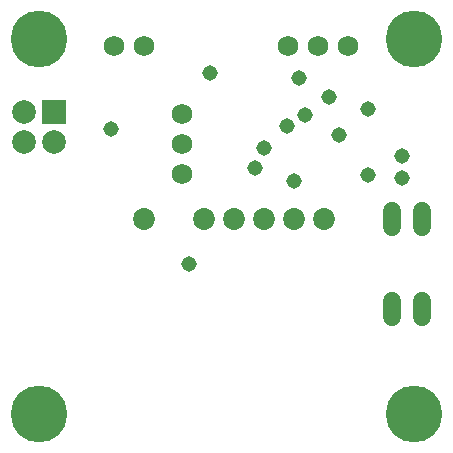
<source format=gbs>
G75*
G70*
%OFA0B0*%
%FSLAX24Y24*%
%IPPOS*%
%LPD*%
%AMOC8*
5,1,8,0,0,1.08239X$1,22.5*
%
%ADD10C,0.0600*%
%ADD11C,0.0680*%
%ADD12C,0.0730*%
%ADD13R,0.0789X0.0789*%
%ADD14C,0.0789*%
%ADD15C,0.0516*%
%ADD16C,0.1890*%
D10*
X013181Y004591D02*
X013181Y005111D01*
X014181Y005111D02*
X014181Y004591D01*
X014181Y007591D02*
X014181Y008111D01*
X013181Y008111D02*
X013181Y007591D01*
D11*
X011731Y013601D03*
X010731Y013601D03*
X009731Y013601D03*
X006181Y011351D03*
X006181Y010351D03*
X006181Y009351D03*
X004931Y013601D03*
X003931Y013601D03*
D12*
X004931Y007851D03*
X006931Y007851D03*
X007931Y007851D03*
X008931Y007851D03*
X009931Y007851D03*
X010931Y007851D03*
D13*
X001931Y011401D03*
D14*
X000931Y011401D03*
X000931Y010401D03*
X001931Y010401D03*
D15*
X003831Y010851D03*
X007131Y012701D03*
X008931Y010201D03*
X008631Y009551D03*
X009931Y009101D03*
X011431Y010651D03*
X012381Y011501D03*
X011081Y011901D03*
X010281Y011301D03*
X009681Y010951D03*
X010081Y012551D03*
X012381Y009301D03*
X013531Y009201D03*
X013531Y009951D03*
X006431Y006351D03*
D16*
X001431Y001351D03*
X013931Y001351D03*
X013931Y013851D03*
X001431Y013851D03*
M02*

</source>
